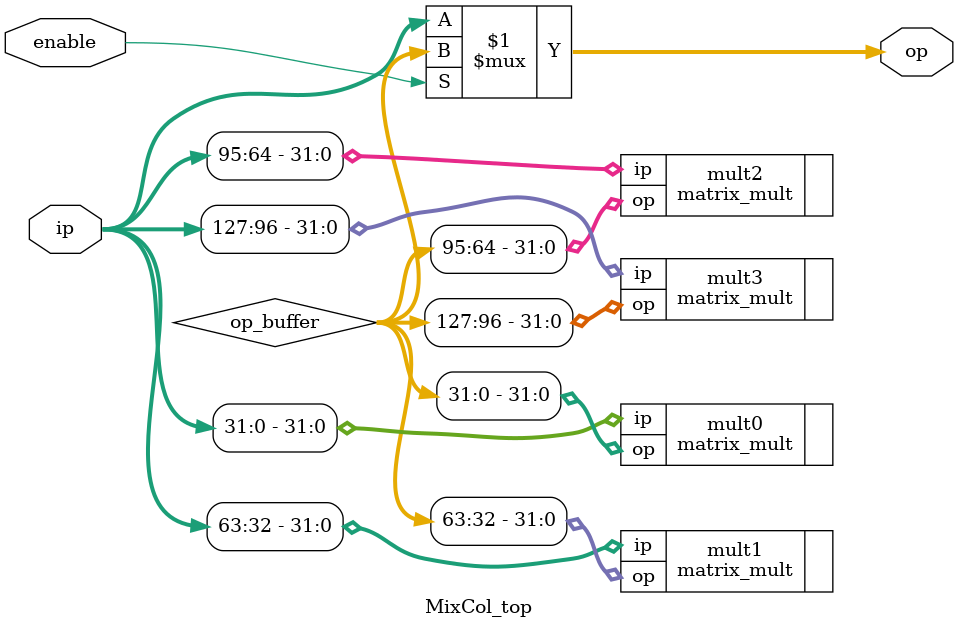
<source format=v>
module MixCol_top(
input [127:0] ip,
input enable,
output [127:0] op
);
////enter your code here
wire [127:0] op_buffer;

matrix_mult mult3(.ip(ip[127:96]),.op(op_buffer[127:96]));
matrix_mult mult2(.ip(ip[95:64]),.op(op_buffer[95:64]));
matrix_mult mult1(.ip(ip[63:32]),.op(op_buffer[63:32]));
matrix_mult mult0(.ip(ip[31:0]),.op(op_buffer[31:0]));

assign op = enable ? op_buffer : ip;
endmodule

</source>
